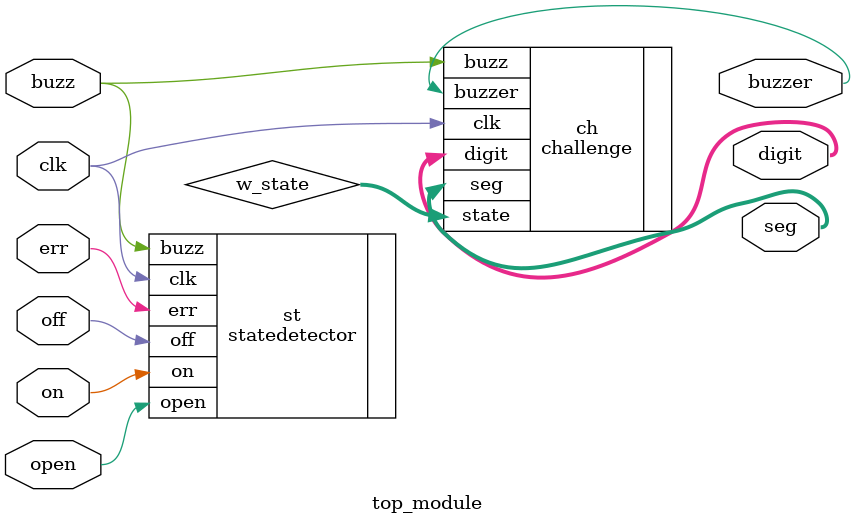
<source format=v>
`timescale 1ns / 1ps
module top_module(
    input clk,
    input buzz,
	 input err,
	 input on,
	 input off,
	 input open,
	 output buzzer,
	 output [7:0] seg,       // 7 segment display segment pattern
    output [3:0] digit 
	 );
	 wire [2:0] w_state;
	 
	 challenge ch(.clk(clk), .buzz(buzz), .state(w_state), .seg(seg), .digit(digit), .buzzer(buzzer));
	 statedetector st(.clk(clk), .buzz(buzz), .err(err), .on(on), .off(off), .open(open));
	 


endmodule

</source>
